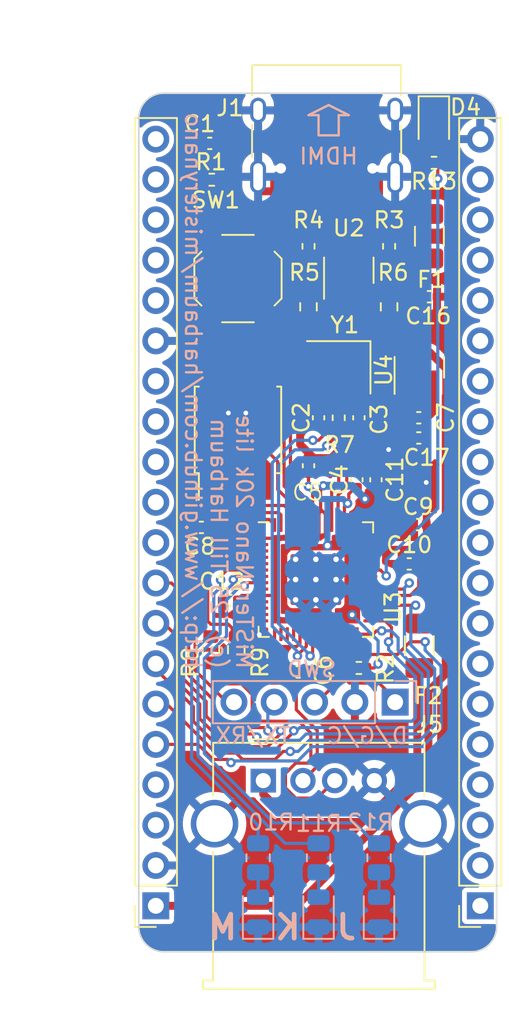
<source format=kicad_pcb>
(kicad_pcb (version 20241229) (generator "pcbnew") (generator_version "9.0")
  (layers (0 "F.Cu" signal) (2 "B.Cu" signal) (13 "F.Paste" user) (15 "B.Paste" user) (5 "F.SilkS" user "F.Silkscreen") (7 "B.SilkS" user "B.Silkscreen") (1 "F.Mask" user) (3 "B.Mask" user) (25 "Edge.Cuts" user))
  (net 0 "")
  (net 1 "+3V3")
  (net 2 "GND")
  (net 3 "Net-(U3-XTAL_IN)")
  (net 4 "Net-(C3-Pad2)")
  (net 5 "+1V1")
  (net 6 "+5V")
  (net 7 "VBUS")
  (net 8 "/CC1")
  (net 9 "Net-(J5-VBUS)")
  (net 10 "Net-(J1-D+-PadA6)")
  (net 12 "/CC2")
  (net 14 "~{RESET}")
  (net 15 "SWD")
  (net 16 "SWCLK")
  (net 17 "Net-(J1-D--PadA7)")
  (net 18 "DBG TX")
  (net 19 "DBG RX")
  (net 20 "MISO")
  (net 21 "MOSI")
  (net 22 "~{IRQ}")
  (net 23 "SCK")
  (net 24 "~{CS}")
  (net 25 "Net-(J5-D+)")
  (net 26 "Net-(J5-D-)")
  (net 27 "Net-(R5-Pad1)")
  (net 28 "Net-(R6-Pad1)")
  (net 29 "Net-(U3-XTAL_OUT)")
  (net 30 "USB D+")
  (net 31 "USB D-")
  (net 34 "LED 2")
  (net 35 "Net-(D1-A)")
  (net 37 "/~{USB_BOOT}")
  (net 38 "CS")
  (net 40 "/D_+")
  (net 42 "/D_-")
  (net 44 "SD1")
  (net 45 "SD2")
  (net 46 "SD0")
  (net 47 "QSPI_CLK")
  (net 48 "SD3")
  (net 56 "LED 3")
  (net 90 "Net-(D4-A)")
  (net 93 "Net-(D2-A)")
  (net 94 "Net-(D3-A)")
  (net 95 "LED 1")
  (net 96 "Net-(U3-GPIO25)")
  (footprint "Capacitor_SMD:C_0402_1005Metric" (layer "F.Cu") (at 199.898 54.7 90)
    (property "Reference" "C4")
    (property "Value" "1uF")
  )
  (footprint "Package_TO_SOT_SMD:SOT-23" (layer "F.Cu") (at 203.835 47.622125 90)
    (property "Reference" "U4")
    (property "Value" "XC6206PxxxMR-Regulator_Linear")
  )
  (footprint "Resistor_SMD:R_0603_1608Metric" (layer "F.Cu") (at 201.93 43.815 -90)
    (property "Reference" "R6")
    (property "Value" "27R")
  )
  (footprint "Fuse:Fuse_1206_3216Metric" (layer "F.Cu") (at 204.47 39.37 -90)
    (property "Reference" "F1")
    (property "Value" "500mA")
  )
  (footprint "Resistor_SMD:R_0402_1005Metric" (layer "F.Cu") (at 201.93 40.005 -90)
    (property "Reference" "R3")
    (property "Value" "5k1")
  )
  (footprint "Resistor_SMD:R_0402_1005Metric" (layer "F.Cu") (at 196.85 40.005 -90)
    (property "Reference" "R4")
    (property "Value" "5k1")
  )
  (footprint "Capacitor_SMD:C_0402_1005Metric" (layer "F.Cu") (at 190.1 57.7 180)
    (property "Reference" "C8")
    (property "Value" "1uF")
  )
  (footprint "Capacitor_SMD:C_0402_1005Metric" (layer "F.Cu") (at 203.8 52.07)
    (property "Reference" "C17")
    (property "Value" "1uF")
  )
  (footprint "Capacitor_SMD:C_0402_1005Metric" (layer "F.Cu") (at 204.47 43.18 180)
    (property "Reference" "C16")
    (property "Value" "1uF")
  )
  (footprint "Capacitor_SMD:C_0402_1005Metric" (layer "F.Cu") (at 203.2 60 180)
    (property "Reference" "C10")
    (property "Value" "100nF")
  )
  (footprint "Resistor_SMD:R_0603_1608Metric" (layer "F.Cu") (at 192.3 65.4 90)
    (property "Reference" "R9")
    (property "Value" "22")
  )
  (footprint "Package_TO_SOT_SMD:SOT-23-6" (layer "F.Cu") (at 199.39 41.513125 90)
    (property "Reference" "U2")
    (property "Value" "USBLC6-2SC6")
  )
  (footprint "Capacitor_SMD:C_0402_1005Metric" (layer "F.Cu") (at 196.2 66.8 180)
    (property "Reference" "C6")
    (property "Value" "100nF")
  )
  (footprint "Capacitor_SMD:C_0402_1005Metric" (layer "F.Cu") (at 201.1 54.7 90)
    (property "Reference" "C11")
    (property "Value" "100nF")
  )
  (footprint "Resistor_SMD:R_0402_1005Metric" (layer "F.Cu") (at 204.76 34.75 180)
    (property "Reference" "R13")
    (property "Value" "560")
  )
  (footprint "Resistor_SMD:R_0402_1005Metric" (layer "F.Cu") (at 190.754 35.814)
    (property "Reference" "R1")
    (property "Value" "1k")
  )
  (footprint "Connector_USB:USB_A_Molex_67643_Horizontal" (layer "F.Cu") (at 194 73.64)
    (property "Reference" "J5")
    (property "Value" "USB_A")
  )
  (footprint "Capacitor_SMD:C_0402_1005Metric" (layer "F.Cu") (at 196.85 53.82 90)
    (property "Reference" "C5")
    (property "Value" "100nF")
  )
  (footprint "Connector_PinSocket_2.54mm:PinSocket_1x20_P2.54mm_Vertical" (layer "F.Cu") (at 207.675 81.52 180)
    (property "Reference" "TNL1" (hide yes))
    (property "Value" "LEFT")
  )
  (footprint "Capacitor_SMD:C_0402_1005Metric" (layer "F.Cu") (at 190.627 33.528)
    (property "Reference" "C1")
    (property "Value" "100nF")
  )
  (footprint "Capacitor_SMD:C_0402_1005Metric" (layer "F.Cu") (at 197.485 50.8 90)
    (property "Reference" "C2")
    (property "Value" "22pF")
  )
  (footprint "Capacitor_SMD:C_0402_1005Metric" (layer "F.Cu") (at 203.79 57.523357)
    (property "Reference" "C9")
    (property "Value" "100nF")
  )
  (footprint "Connector_PinSocket_2.54mm:PinSocket_1x20_P2.54mm_Vertical" (layer "F.Cu") (at 187.228 81.52 180)
    (property "Reference" "TNR1" (hide yes))
    (property "Value" "RIGHT")
  )
  (footprint "LED_SMD:LED_0805_2012Metric" (layer "F.Cu") (at 204.75 32.25 -90)
    (property "Reference" "D4")
    (property "Value" "green")
  )
  (footprint "Capacitor_SMD:C_0402_1005Metric" (layer "F.Cu") (at 203.8 50.8 180)
    (property "Reference" "C7")
    (property "Value" "10uF")
  )
  (footprint "Capacitor_SMD:C_0402_1005Metric" (layer "F.Cu") (at 200.025 50.8 90)
    (property "Reference" "C3")
    (property "Value" "22pF")
  )
  (footprint "Resistor_SMD:R_0603_1608Metric" (layer "F.Cu") (at 196.85 43.815 -90)
    (property "Reference" "R5")
    (property "Value" "27R")
  )
  (footprint "Sleep-Lib:RP2040-QFN-56" (layer "F.Cu") (at 197.313 60.984107)
    (property "Reference" "U3")
    (property "Value" "RP2040")
  )
  (footprint "Crystal:Crystal_SMD_3225-4Pin_3.2x2.5mm" (layer "F.Cu") (at 198.755 47.625 180)
    (property "Reference" "Y1")
    (property "Value" "12MHz")
  )
  (footprint "Package_SO:SOIC-8_5.23x5.23mm_P1.27mm" (layer "F.Cu") (at 192.405 51.562 90)
    (property "Reference" "U1" (hide yes))
    (property "Value" "W25Q128JVS")
  )
  (footprint "Resistor_SMD:R_0402_1005Metric" (layer "F.Cu") (at 200.025 66.548 180)
    (property "Reference" "R2")
    (property "Value" "1k")
  )
  (footprint "Fuse:Fuse_1206_3216Metric" (layer "F.Cu") (at 203.835 65.151 90)
    (property "Reference" "F2")
    (property "Value" "500mA")
  )
  (footprint "Capacitor_SMD:C_0402_1005Metric" (layer "F.Cu") (at 191.897 62.3 180)
    (property "Reference" "C12")
    (property "Value" "100nF")
  )
  (footprint "Button_Switch_SMD:SW_SPST_TL3342" (layer "F.Cu") (at 192.405 42.037 -90)
    (property "Reference" "SW1")
    (property "Value" "SW_Push")
  )
  (footprint "Connector_USB:USB_C_Receptacle_HRO_TYPE-C-31-M-12" (layer "F.Cu") (at 197.993 32.5 180)
    (property "Reference" "J1")
    (property "Value" "USB_C_Receptacle_USB2.0")
  )
  (footprint "Resistor_SMD:R_0402_1005Metric" (layer "F.Cu") (at 198.755 50.8 -90)
    (property "Reference" "R7")
    (property "Value" "1k")
  )
  (footprint "Resistor_SMD:R_0603_1608Metric" (layer "F.Cu") (at 190.7 65.4 90)
    (property "Reference" "R8")
    (property "Value" "22")
  )
  (footprint "LED_SMD:LED_0805_2012Metric" (layer "B.Cu") (at 201.295 81.915 90)
    (property "Reference" "D3" (hide yes))
    (property "Value" "Joystick")
  )
  (footprint "Resistor_SMD:R_0805_2012Metric" (layer "B.Cu") (at 197.485 78.5 -90)
    (property "Reference" "R11")
    (property "Value" "560")
  )
  (footprint "LED_SMD:LED_0805_2012Metric" (layer "B.Cu") (at 197.485 81.915 90)
    (property "Reference" "D2" (hide yes))
    (property "Value" "Keyboard")
  )
  (footprint "Connector_PinSocket_2.54mm:PinSocket_1x05_P2.54mm_Vertical" (layer "B.Cu") (at 202.311 68.7 90)
    (property "Reference" "J2" (hide yes))
    (property "Value" "SWD")
  )
  (footprint "LED_SMD:LED_0805_2012Metric" (layer "B.Cu") (at 193.675 81.915 90)
    (property "Reference" "D1" (hide yes))
    (property "Value" "Mouse")
  )
  (footprint "Resistor_SMD:R_0805_2012Metric" (layer "B.Cu") (at 193.675 78.5 -90)
    (property "Reference" "R10")
    (property "Value" "560")
  )
  (footprint "Resistor_SMD:R_0805_2012Metric" (layer "B.Cu") (at 201.295 78.5 -90)
    (property "Reference" "R12")
    (property "Value" "560")
  )
  (gr_line (start 197.485 33.02) (end 197.485 31.75) (stroke (width 0.15)) (layer "B.SilkS"))
  (gr_line (start 197.485 31.75) (end 196.85 31.75) (stroke (width 0.15)) (layer "B.SilkS"))
  (gr_line (start 198.755 31.75) (end 198.755 33.02) (stroke (width 0.15)) (layer "B.SilkS"))
  (gr_line (start 198.12 31.115) (end 199.39 31.75) (stroke (width 0.15)) (layer "B.SilkS"))
  (gr_line (start 197.485 33.02) (end 198.755 33.02) (stroke (width 0.15)) (layer "B.SilkS"))
  (gr_line (start 196.85 31.75) (end 198.12 31.115) (stroke (width 0.15)) (layer "B.SilkS"))
  (gr_line (start 199.39 31.75) (end 198.755 31.75) (stroke (width 0.15)) (layer "B.SilkS"))
  (gr_line (start 208.703 82.8225) (end 208.703 31.957525) (stroke (width 0.1)) (layer "Edge.Cuts"))
  (gr_arc (start 187.7405 84.41) (mid 186.617968 83.945032) (end 186.153 82.8225) (stroke (width 0.1)) (layer "Edge.Cuts"))
  (gr_line (start 187.7405 30.370025) (end 207.1155 30.370025) (stroke (width 0.1)) (layer "Edge.Cuts"))
  (gr_line (start 186.153 31.957525) (end 186.153 82.8225) (stroke (width 0.1)) (layer "Edge.Cuts"))
  (gr_arc (start 207.1155 30.370025) (mid 208.238023 30.834995) (end 208.703 31.957525) (stroke (width 0.1)) (layer "Edge.Cuts"))
  (gr_arc (start 208.703 82.8225) (mid 208.238032 83.945032) (end 207.1155 84.41) (stroke (width 0.1)) (layer "Edge.Cuts"))
  (gr_arc (start 186.153 31.957525) (mid 186.617959 30.834977) (end 187.7405 30.370025) (stroke (width 0.1)) (layer "Edge.Cuts"))
  (gr_line (start 207.1155 84.41) (end 187.7405 84.41) (stroke (width 0.1)) (layer "Edge.Cuts"))
  (gr_text "K" (at 196.5 83.75 0) (layer "B.SilkS") (effects (font (size 1.5 1.5) (thickness 0.3) (bold yes)) (justify left bottom mirror)))
  (gr_text "J" (at 200 83.75 0) (layer "B.SilkS") (effects (font (size 1.5 1.5) (thickness 0.3) (bold yes)) (justify left bottom mirror)))
  (gr_text "SWD" (at 198.7 67.2 0) (layer "B.SilkS") (effects (font (size 1 1)) (justify left bottom mirror)))
  (gr_text "HDMI" (at 198.12 34.925 0) (layer "B.SilkS") (effects (font (size 1 1)) (justify bottom mirror)))
  (gr_text "D/G/C   TX/RX" (at 203.2 71.4 0) (layer "B.SilkS") (effects (font (size 1 1)) (justify left bottom mirror)))
  (gr_text "M" (at 192.5 83.75 0) (layer "B.SilkS") (effects (font (size 1.5 1.5) (thickness 0.3) (bold yes)) (justify left bottom mirror)))
  (gr_text "MiSTeryNano 20k lite\n(c) '25 Till Harbaum\nhttp://www.github.com/harbaum/misterynano" (at 189 66.7 270) (layer "B.SilkS") (effects (font (size 1 1)) (justify left bottom mirror)))
  (segment (start 200.7505 61.984107) (end 203.265836 61.984107) (width 0.2) (layer "F.Cu") (net 1))
  (segment (start 204.315 52.105) (end 204.28 52.07) (width 0.5) (layer "F.Cu") (net 1))
  (segment (start 199.513 57.546607) (end 199.913 57.146607) (width 0.2) (layer "F.Cu") (net 1))
  (segment (start 203.31 55.999357) (end 203.31 57.523357) (width 0.381) (layer "F.Cu") (net 1))
  (segment (start 197.513 64.421607) (end 197.513 63.692357) (width 0.2) (layer "F.Cu") (net 1))
  (segment (start 200.987527 66.548) (end 200.535 66.548) (width 0.2) (layer "F.Cu") (net 1))
  (segment (start 197.913 57.546607) (end 197.913 58.140357) (width 0.2) (layer "F.Cu") (net 1))
  (segment (start 204.785 48.559625) (end 204.785 50.33) (width 0.5) (layer "F.Cu") (net 1))
  (segment (start 200.7505 58.384107) (end 199.88125 58.384107) (width 0.2) (layer "F.Cu") (net 1))
  (segment (start 201.145125 55.225125) (end 203.074875 55.225125) (width 0.5) (layer "F.Cu") (net 1))
  (segment (start 189.523 47.923) (end 189.523 34.152) (width 0.5) (layer "F.Cu") (net 1))
  (segment (start 201.1 55.18) (end 201.145125 55.225125) (width 0.5) (layer "F.Cu") (net 1))
  (segment (start 199.513 58.072357) (end 199.513 57.546607) (width 0.2) (layer "F.Cu") (net 1))
  (segment (start 199.853 58.412357) (end 199.513 58.072357) (width 0.2) (layer "F.Cu") (net 1))
  (segment (start 190.746107 58.384107) (end 190.58 58.218) (width 0.2) (layer "F.Cu") (net 1))
  (segment (start 201.1 55.219875) (end 201.1 55.18) (width 0.2) (layer "F.Cu") (net 1))
  (segment (start 189.523 34.152) (end 190.147 33.528) (width 0.5) (layer "F.Cu") (net 1))
  (segment (start 204.315 53.085) (end 204.315 52.105) (width 0.5) (layer "F.Cu") (net 1))
  (segment (start 200.409937 55.909937) (end 201.1 55.219875) (width 0.2) (layer "F.Cu") (net 1))
  (segment (start 197.787464 55.078949) (end 197.612 55.254413) (width 0.2) (layer "F.Cu") (net 1))
  (segment (start 197.513 63.692357) (end 197.423357 63.692357) (width 0.2) (layer "F.Cu") (net 1))
  (segment (start 197.513 57.546607) (end 197.513 58.402375) (width 0.2) (layer "F.Cu") (net 1))
  (segment (start 199.913 58.345357) (end 199.98 58.412357) (width 0.2) (layer "F.Cu") (net 1))
  (segment (start 203.015 57.523357) (end 203.31 57.523357) (width 0.381) (layer "F.Cu") (net 1))
  (segment (start 192.377 62.246214) (end 192.377 62.3) (width 0.2) (layer "F.Cu") (net 1))
  (segment (start 190.5 47.962) (end 189.562 47.962) (width 0.5) (layer "F.Cu") (net 1))
  (segment (start 199.913 56.406875) (end 200.409937 55.909937) (width 0.2) (layer "F.Cu") (net 1))
  (segment (start 193.8755 61.984107) (end 192.639107 61.984107) (width 0.2) (layer "F.Cu") (net 1))
  (segment (start 189.523 48.001) (end 189.523 56.333001) (width 0.5) (layer "F.Cu") (net 1))
  (segment (start 189.523 56.333001) (end 190.58 57.390001) (width 0.5) (layer "F.Cu") (net 1))
  (segment (start 203.14025 54.25975) (end 204.315 53.085) (width 0.5) (layer "F.Cu") (net 1))
  (segment (start 197.612 55.254413) (end 197.612 56.552357) (width 0.2) (layer "F.Cu") (net 1))
  (segment (start 200.7505 58.384107) (end 202.15425 58.384107) (width 0.2) (layer "F.Cu") (net 1))
  (segment (start 199.913 57.546607) (end 199.913 58.345357) (width 0.2) (layer "F.Cu") (net 1))
  (segment (start 200.7505 61.984107) (end 199.86875 61.984107) (width 0.2) (layer "F.Cu") (net 1))
  (segment (start 199.913 57.546607) (end 199.913 56.406875) (width 0.2) (layer "F.Cu") (net 1))
  (segment (start 203.801 61.448943) (end 203.801 60.121) (width 0.2) (layer "F.Cu") (net 1))
  (segment (start 195.042768 58.384107) (end 195.12575 58.301125) (width 0.2) (layer "F.Cu") (net 1))
  (segment (start 197.423357 63.692357) (end 197.231 63.5) (width 0.2) (layer "F.Cu") (net 1))
  (segment (start 193.8755 61.984107) (end 194.63025 61.984107) (width 0.2) (layer "F.Cu") (net 1))
  (segment (start 189.562 47.962) (end 189.523 47.923) (width 0.5) (layer "F.Cu") (net 1))
  (segment (start 204.315 50.835) (end 204.315 52.035) (width 0.5) (layer "F.Cu") (net 1))
  (segment (start 190.58 57.390001) (end 190.58 57.7) (width 0.5) (layer "F.Cu") (net 1))
  (segment (start 197.513 56.815357) (end 197.513 57.546607) (width 0.2) (layer "F.Cu") (net 1))
  (segment (start 204.28 50.8) (end 204.315 50.835) (width 0.5) (layer "F.Cu") (net 1))
  (segment (start 203.265836 61.984107) (end 203.801 61.448943) (width 0.2) (layer "F.Cu") (net 1))
  (segment (start 193.8755 58.384107) (end 195.042768 58.384107) (width 0.2) (layer "F.Cu") (net 1))
  (segment (start 203.801 60.121) (end 203.68 60) (width 0.2) (layer "F.Cu") (net 1))
  (segment (start 203.074875 55.225125) (end 203.14025 55.15975) (width 0.5) (layer "F.Cu") (net 1))
  (segment (start 202.15425 58.384107) (end 203.015 57.523357) (width 0.2) (layer "F.Cu") (net 1))
  (segment (start 192.639107 61.984107) (end 192.377 62.246214) (width 0.2) (layer "F.Cu") (net 1))
  (segment (start 190.58 58.218) (end 190.58 57.6) (width 0.2) (layer "F.Cu") (net 1))
  (segment (start 197.612 56.552357) (end 197.694 56.634357) (width 0.2) (layer "F.Cu") (net 1))
  (segment (start 193.8755 58.384107) (end 190.746107 58.384107) (width 0.2) (layer "F.Cu") (net 1))
  (segment (start 197.513 58.402375) (end 197.53875 58.428125) (width 0.2) (layer "F.Cu") (net 1))
  (segment (start 197.694 56.634357) (end 197.513 56.815357) (width 0.2) (layer "F.Cu") (net 1))
  (segment (start 194.63025 61.984107) (end 194.646 61.968357) (width 0.2) (layer "F.Cu") (net 1))
  (segment (start 203.14025 55.15975) (end 203.14025 54.25975) (width 0.5) (layer "F.Cu") (net 1))
  (segment (start 204.315 50.8) (end 204.28 50.8) (width 0.5) (layer "F.Cu") (net 1))
  (segment (start 204.785 50.33) (end 204.315 50.8) (width 0.5) (layer "F.Cu") (net 1))
  (segment (start 189.562 47.962) (end 189.523 48.001) (width 0.5) (layer "F.Cu") (net 1))
  (segment (start 204.315 52.035) (end 204.28 52.07) (width 0.5) (layer "F.Cu") (net 1))
  (segment (start 201.235527 66.3) (end 200.987527 66.548) (width 0.2) (layer "F.Cu") (net 1))
  (segment (start 197.913 57.546607) (end 197.913 56.853357) (width 0.2) (layer "F.Cu") (net 1))
  (segment (start 199.88125 58.384107) (end 199.853 58.412357) (width 0.2) (layer "F.Cu") (net 1))
  (segment (start 197.913 56.853357) (end 197.694 56.634357) (width 0.2) (layer "F.Cu") (net 1))
  (via (at 201.235527 66.3) (size 0.6) (drill 0.3) (layers "F.Cu" "B.Cu") (net 1))
  (via (at 199.6 63.2) (size 0.6) (drill 0.3) (layers "F.Cu" "B.Cu") (net 1))
  (via (at 197.787464 55.078949) (size 0.6) (drill 0.3) (layers "F.Cu" "B.Cu") (net 1))
  (via (at 200.409937 55.909937) (size 0.6) (drill 0.3) (layers "F.Cu" "B.Cu") (net 1))
  (segment (start 201.235527 64.835527) (end 199.6 63.2) (width 0.2) (layer "B.Cu") (net 1))
  (segment (start 199.578949 55.078949) (end 200.409937 55.909937) (width 0.5) (layer "B.Cu") (net 1))
  (segment (start 201.235527 66.3) (end 201.235527 64.835527) (width 0.2) (layer "B.Cu") (net 1))
  (segment (start 197.787464 55.078949) (end 199.578949 55.078949) (width 0.5) (layer "B.Cu") (net 1))
  (segment (start 196.1 65.2) (end 196.313 64.987) (width 0.2) (layer "F.Cu") (net 2))
  (segment (start 201.041 50.655768) (end 201.041 47.371) (width 0.5) (layer "F.Cu") (net 2))
  (segment (start 194.5 65.2) (end 196.1 65.2) (width 0.2) (layer "F.Cu") (net 2))
  (segment (start 201.1 54.22) (end 201.145125 54.265125) (width 0.2) (layer "F.Cu") (net 2))
  (segment (start 201.243 36.545) (end 201.243 35.657) (width 0.381) (layer "F.Cu") (net 2))
  (segment (start 204.27 55.999357) (end 204.27 57.523357) (width 0.381) (layer "F.Cu") (net 2))
  (segment (start 198.310353 53.311) (end 198.750278 52.871075) (width 0.5) (layer "F.Cu") (net 2))
  (segment (start 201.93 40.515) (end 201.93 40.64) (width 0.381) (layer "F.Cu") (net 2))
  (segment (start 198.276 53.311) (end 198.310353 53.311) (width 0.5) (layer "F.Cu") (net 2))
  (segment (start 198.750278 52.871075) (end 198.750278 52.836722) (width 0.5) (layer "F.Cu") (net 2))
  (segment (start 200.025 51.28) (end 200.416768 51.28) (width 0.5) (layer "F.Cu") (net 2))
  (segment (start 201.196572 37.496572) (end 201.5 37.8) (width 0.381) (layer "F.Cu") (net 2))
  (segment (start 196.323 51.181) (end 196.323 49.93) (width 0.5) (layer "F.Cu") (net 2))
  (segment (start 200.025 51.562) (end 200.025 51.28) (width 0.5) (layer "F.Cu") (net 2))
  (segment (start 198.247 53.34) (end 198.276 53.311) (width 0.5) (layer "F.Cu") (net 2))
  (segment (start 199.855 48.475) (end 201.041 48.475) (width 0.5) (layer "F.Cu") (net 2))
  (segment (start 196.313 64.987) (end 196.313 64.421607) (width 0.2) (layer "F.Cu") (net 2))
  (segment (start 201.041 47.371) (end 201.041 46.609) (width 0.5) (layer "F.Cu") (net 2))
  (segment (start 201.5 37.8) (end 202.7 37.8) (width 0.381) (layer "F.Cu") (net 2))
  (segment (start 201.243 36.545) (end 201.196572 36.591428) (width 0.381) (layer "F.Cu") (net 2))
  (segment (start 197.485 51.28) (end 196.422 51.28) (width 0.5) (layer "F.Cu") (net 2))
  (segment (start 193.75 64.45) (end 194.5 65.2) (width 0.2) (layer "F.Cu") (net 2))
  (segment (start 196.323 51.181) (end 196.323 52.478075) (width 0.5) (layer "F.Cu") (net 2))
  (segment (start 201.041 45.864232) (end 200.460884 45.284116) (width 0.5) (layer "F.Cu") (net 2))
  (segment (start 201.041 46.609) (end 201.041 45.864232) (width 0.5) (layer "F.Cu") (net 2))
  (segment (start 201.27 35.63) (end 202.313 35.63) (width 0.381) (layer "F.Cu") (net 2))
  (segment (start 201.145125 54.265125) (end 201.639875 54.265125) (width 0.2) (layer "F.Cu") (net 2))
  (segment (start 197.184925 53.34) (end 198.247 53.34) (width 0.5) (layer "F.Cu") (net 2))
  (segment (start 194.743 38.449) (end 194.305 38.887) (width 0.381) (layer "F.Cu") (net 2))
  (segment (start 194.743 36.545) (end 194.743 38.449) (width 0.381) (layer "F.Cu") (net 2))
  (segment (start 196.422 51.28) (end 196.323 51.181) (width 0.5) (layer "F.Cu") (net 2))
  (segment (start 201.041 48.475) (end 201.041 47.371) (width 0.5) (layer "F.Cu") (net 2))
  (segment (start 202.885 48.959375) (end 202.885 48.559625) (width 0.381) (layer "F.Cu") (net 2))
  (segment (start 196.323 49.93) (end 196.596 49.657) (width 0.5) (layer "F.Cu") (net 2))
  (segment (start 198.750278 52.836722) (end 200.025 51.562) (width 0.5) (layer "F.Cu") (net 2))
  (segment (start 204.26975 54.872125) (end 204.26975 55.999107) (width 0.381) (layer "F.Cu") (net 2))
  (segment (start 201.243 35.657) (end 201.27 35.63) (width 0.381) (layer "F.Cu") (net 2))
  (segment (start 200.416768 51.28) (end 201.041 50.655768) (width 0.5) (layer "F.Cu") (net 2))
  (segment (start 201.196572 36.591428) (end 201.196572 37.496572) (width 0.381) (layer "F.Cu") (net 2))
  (segment (start 196.323 52.478075) (end 197.184925 53.34) (width 0.5) (layer "F.Cu") (net 2))
  (via (at 201.9 52.8) (size 0.6) (drill 0.3) (layers "F.Cu" "B.Cu") (net 2))
  (via (at 204.26975 54.872125) (size 0.6) (drill 0.3) (layers "F.Cu" "B.Cu") (net 2))
  (via (at 192.9 50.5) (size 0.6) (drill 0.3) (layers "F.Cu" "B.Cu") (net 2))
  (via (at 193.75 64.45) (size 0.6) (drill 0.3) (layers "F.Cu" "B.Cu") (net 2))
  (via (at 191.8 50.5) (size 0.6) (drill 0.3) (layers "F.Cu" "B.Cu") (net 2))
  (segment (start 198.588 59.709107) (end 196.038 59.709107) (width 0.635) (layer "B.Cu") (net 2))
  (segment (start 198.588 62.259107) (end 198.588 59.709107) (width 0.635) (layer "B.Cu") (net 2))
  (segment (start 196.038 62.259107) (end 196.038 59.709107) (width 0.635) (layer "B.Cu") (net 2))
  (segment (start 198.288 61.959107) (end 198.588 62.259107) (width 0.635) (layer "B.Cu") (net 2))
  (segment (start 198.588 60.984107) (end 196.038 60.984107) (width 0.635) (layer "B.Cu") (net 2))
  (segment (start 196.038 62.259107) (end 196.338 61.959107) (width 0.635) (layer "B.Cu") (net 2))
  (segment (start 197.313 59.709107) (end 197.313 62.259107) (width 0.635) (layer "B.Cu") (net 2))
  (segment (start 196.338 61.959107) (end 198.288 61.959107) (width 0.635) (layer "B.Cu") (net 2))
  (segment (start 196.713 65.187) (end 196.713 64.421607) (width 0.2) (layer "F.Cu") (net 3))
  (segment (start 196.151736 65.797765) (end 196.151736 65.748264) (width 0.2) (layer "F.Cu") (net 3))
  (segment (start 196.151736 65.748264) (end 196.713 65.187) (width 0.2) (layer "F.Cu") (net 3))
  (segment (start 198.096 50.95345) (end 197.485 50.34245) (width 0.2) (layer "F.Cu") (net 3))
  (segment (start 197.655 48.475) (end 197.655 50.15) (width 0.2) (layer "F.Cu") (net 3))
  (segment (start 197.655 50.15) (end 197.485 50.32) (width 0.2) (layer "F.Cu") (net 3))
  (segment (start 197.485 50.34245) (end 197.485 50.32) (width 0.2) (layer "F.Cu") (net 3))
  (segment (start 197.124235 52.217235) (end 197.485315 52.217235) (width 0.2) (layer "F.Cu") (net 3))
  (segment (start 197.485315 52.217235) (end 198.096 51.60655) (width 0.2) (layer "F.Cu") (net 3))
  (segment (start 198.096 51.60655) (end 198.096 50.95345) (width 0.2) (layer "F.Cu") (net 3))
  (via (at 196.151736 65.797765) (size 0.6) (drill 0.3) (layers "F.Cu" "B.Cu") (net 3))
  (via (at 197.124235 52.217235) (size 0.6) (drill 0.3) (layers "F.Cu" "B.Cu") (net 3))
  (segment (start 194.564 53.636) (end 195.982765 52.217235) (width 0.2) (layer "B.Cu") (net 3))
  (segment (start 196.2 65.563186) (end 194.564 63.927186) (width 0.2) (layer "B.Cu") (net 3))
  (segment (start 196.151736 65.797765) (end 196.2 65.749501) (width 0.2) (layer "B.Cu") (net 3))
  (segment (start 195.982765 52.217235) (end 197.124235 52.217235) (width 0.2) (layer "B.Cu") (net 3))
  (segment (start 196.2 65.749501) (end 196.2 65.563186) (width 0.2) (layer "B.Cu") (net 3))
  (segment (start 194.564 63.927186) (end 194.564 53.636) (width 0.2) (layer "B.Cu") (net 3))
  (segment (start 198.755 47.775) (end 198.755 50.32) (width 0.2) (layer "F.Cu") (net 4))
  (segment (start 200.025 50.32) (end 198.785 50.32) (width 0.2) (layer "F.Cu") (net 4))
  (segment (start 198.785 50.32) (end 198.755 50.29) (width 0.2) (layer "F.Cu") (net 4))
  (segment (start 199.855 46.775) (end 199.755 46.775) (width 0.2) (layer "F.Cu") (net 4))
  (segment (start 198.785 50.29) (end 198.755 50.32) (width 0.2) (layer "F.Cu") (net 4))
  (segment (start 199.755 46.775) (end 198.755 47.775) (width 0.2) (layer "F.Cu") (net 4))
  (segment (start 195.326 62.865) (end 195.326 59.425793) (width 0.2) (layer "F.Cu") (net 5))
  (segment (start 197.3 66.8) (end 197.913 66.187) (width 0.2) (layer "F.Cu") (net 5))
  (segment (start 199.313 56.190875) (end 199.113 56.390875) (width 0.2) (layer "F.Cu") (net 5))
  (segment (start 199.113 56.390875) (end 199.113 57.546607) (width 0.2) (layer "F.Cu") (net 5))
  (segment (start 197.965107 58.928) (end 198.04675 58.846357) (width 0.2) (layer "F.Cu") (net 5))
  (segment (start 195.326 59.425793) (end 195.823793 58.928) (width 0.2) (layer "F.Cu") (net 5))
  (segment (start 195.823793 58.928) (end 197.965107 58.928) (width 0.2) (layer "F.Cu") (net 5))
  (segment (start 197.913 66.187) (end 197.913 64.421607) (width 0.2) (layer "F.Cu") (net 5))
  (segment (start 199.313 56.190875) (end 199.39 56.113875) (width 0.2) (layer "F.Cu") (net 5))
  (segment (start 196.85 55.118) (end 196.85 54.3) (width 0.2) (layer "F.Cu") (net 5))
  (segment (start 197.113 57.546607) (end 197.113 55.635) (width 0.2) (layer "F.Cu") (net 5))
  (segment (start 198.04675 58.846357) (end 197.974963 58.918144) (width 0.381) (layer "F.Cu") (net 5))
  (segment (start 197.913 63.166) (end 197.739 62.992) (width 0.2) (layer "F.Cu") (net 5))
  (segment (start 196.68 66.8) (end 197.3 66.8) (width 0.2) (layer "F.Cu") (net 5))
  (segment (start 199.113 58.390357) (end 198.964 58.539357) (width 0.2) (layer "F.Cu") (net 5))
  (segment (start 197.113 55.381) (end 197.113 55.635) (width 0.2) (layer "F.Cu") (net 5))
  (segment (start 197.739 62.992) (end 195.453 62.992) (width 0.2) (layer "F.Cu") (net 5))
  (segment (start 197.913 64.421607) (end 197.913 63.166) (width 0.2) (layer "F.Cu") (net 5))
  (segment (start 199.39 56.113875) (end 199.39 55.598) (width 0.2) (layer "F.Cu") (net 5))
  (segment (start 196.85 55.118) (end 197.113 55.381) (width 0.2) (layer "F.Cu") (net 5))
  (segment (start 199.808 55.18) (end 199.898 55.18) (width 0.2) (layer "F.Cu") (net 5))
  (segment (start 199.113 57.546607) (end 199.113 58.390357) (width 0.2) (layer "F.Cu") (net 5))
  (segment (start 195.453 62.992) (end 195.326 62.865) (width 0.2) (layer "F.Cu") (net 5))
  (segment (start 199.39 55.598) (end 199.808 55.18) (width 0.2) (layer "F.Cu") (net 5))
  (via (at 198.04675 58.846357) (size 0.6) (drill 0.35) (layers "F.Cu" "B.Cu") (net 5))
  (via (at 196.85 55.118) (size 0.6) (drill 0.3) (layers "F.Cu" "B.Cu") (net 5))
  (via (at 199.313 56.190875) (size 0.6) (drill 0.3) (layers "F.Cu" "B.Cu") (net 5))
  (segment (start 199.036 55.913875) (end 197.645875 55.913875) (width 0.381) (layer "B.Cu") (net 5))
  (segment (start 197.645875 55.913875) (end 196.85 55.118) (width 0.381) (layer "B.Cu") (net 5))
  (segment (start 198.04675 55.967625) (end 198.04675 58.846357) (width 0.381) (layer "B.Cu") (net 5))
  (segment (start 197.645875 55.913875) (end 197.993 55.913875) (width 0.381) (layer "B.Cu") (net 5))
  (segment (start 199.313 56.190875) (end 199.036 55.913875) (width 0.381) (layer "B.Cu") (net 5))
  (segment (start 197.993 55.913875) (end 198.04675 55.967625) (width 0.381) (layer "B.Cu") (net 5))
  (segment (start 203.99 41.529) (end 203.99 43.18) (width 0.5) (layer "F.Cu") (net 6))
  (segment (start 187.228 81.52) (end 196.102 81.52) (width 0.5) (layer "F.Cu") (net 6))
  (segment (start 199.928775 41.529) (end 203.99 41.529) (width 0.5) (layer "F.Cu") (net 6))
  (segment (start 204.343 73.254364) (end 204.409 73.188364) (width 0.5) (layer "F.Cu") (net 6))
  (segment (start 204.47 40.77) (end 203.99 41.25) (width 0.381) (layer "F.Cu") (net 6))
  (segment (start 199.39 40.375625) (end 199.39 40.990225) (width 0.5) (layer "F.Cu") (net 6))
  (segment (start 204.5016 46.684625) (end 203.835 46.684625) (width 0.5) (layer "F.Cu") (net 6))
  (segment (start 205.536 47.719025) (end 204.5016 46.684625) (width 0.5) (layer "F.Cu") (net 6))
  (segment (start 199.39 40.990225) (end 199.928775 41.529) (width 0.5) (layer "F.Cu") (net 6))
  (segment (start 203.99 43.18) (end 203.99 46.529625) (width 0.5) (layer "F.Cu") (net 6))
  (segment (start 204.409 73.188364) (end 204.409 68.006) (width 0.5) (layer "F.Cu") (net 6))
  (segment (start 196.102 81.52) (end 204.343 73.279) (width 0.5) (layer "F.Cu") (net 6))
  (segment (start 205.5 63.751) (end 205.5 49.436225) (width 0.5) (layer "F.Cu") (net 6))
  (segment (start 205.536 49.400225) (end 205.536 47.719025) (width 0.5) (layer "F.Cu") (net 6))
  (segment (start 205.5 66.915) (end 205.5 63.751) (width 0.5) (layer "F.Cu") (net 6))
  (segment (start 204.343 73.279) (end 204.343 73.254364) (width 0.5) (layer "F.Cu") (net 6))
  (segment (start 205.5 49.436225) (end 205.536 49.400225) (width 0.5) (layer "F.Cu") (net 6))
  (segment (start 204.409 68.006) (end 205.5 66.915) (width 0.5) (layer "F.Cu") (net 6))
  (segment (start 203.99 41.25) (end 203.99 41.529) (width 0.5) (layer "F.Cu") (net 6))
  (segment (start 203.835 63.751) (end 205.5 63.751) (width 0.5) (layer "F.Cu") (net 6))
  (segment (start 203.99 46.529625) (end 203.835 46.684625) (width 0.5) (layer "F.Cu") (net 6))
  (segment (start 203.835 46.684625) (end 203.835 46.203517) (width 0.6) (layer "F.Cu") (net 6))
  (segment (start 195.543 35.439) (end 195.543 36.545) (width 0.381) (layer "F.Cu") (net 7))
  (segment (start 200.443 37.883) (end 201.26 38.7) (width 0.6) (layer "F.Cu") (net 7))
  (segment (start 200.443 37.080875) (end 200.443 37.883) (width 0.6) (layer "F.Cu") (net 7))
  (segment (start 196.057 34.925) (end 195.543 35.439) (width 0.381) (layer "F.Cu") (net 7))
  (segment (start 195.543 36.247875) (end 195.543 37.080875) (width 0.381) (layer "F.Cu") (net 7))
  (segment (start 200.443 35.587) (end 199.781 34.925) (width 0.381) (layer "F.Cu") (net 7))
  (segment (start 199.781 34.925) (end 196.057 34.925) (width 0.381) (layer "F.Cu") (net 7))
  (segment (start 200.443 36.545) (end 200.443 35.587) (width 0.381) (layer "F.Cu") (net 7))
  (segment (start 201.26 38.7) (end 203.74 38.7) (width 0.6) (layer "F.Cu") (net 7))
  (segment (start 203.74 38.7) (end 204.47 37.97) (width 0.6) (layer "F.Cu") (net 7))
  (segment (start 200.443 37.080875) (end 200.443 36.311375) (width 0.381) (layer "F.Cu") (net 7))
  (segment (start 200.785 39.495) (end 201.93 39.495) (width 0.2) (layer "F.Cu") (net 8))
  (segment (start 199.243 37.953) (end 200.785 39.495) (width 0.2) (layer "F.Cu") (net 8))
  (segment (start 199.243 37.080875) (end 199.243 37.953) (width 0.2) (layer "F.Cu") (net 8))
  (segment (start 201.168 75.438) (end 203.708 72.898) (width 0.5) (layer "F.Cu") (net 9))
  (segment (start 194.945 75.438) (end 201.168 75.438) (width 0.5) (layer "F.Cu") (net 9))
  (segment (start 194 74.493) (end 194.945 75.438) (width 0.5) (layer "F.Cu") (net 9))
  (segment (start 194 73.64) (end 194 74.493) (width 0.5) (layer "F.Cu") (net 9))
  (segment (start 203.708 66.678) (end 203.835 66.551) (width 0.5) (layer "F.Cu") (net 9))
  (segment (start 203.708 72.898) (end 203.708 66.678) (width 0.5) (layer "F.Cu") (net 9))
  (segment (start 198.243 37.080875) (end 198.243 38.108897) (width 0.254) (layer "F.Cu") (net 10))
  (segment (start 197.799204 38.552693) (end 198.44 39.193489) (width 0.254) (layer "F.Cu") (net 10))
  (segment (start 197.799204 38.552693) (end 197.243 37.996489) (width 0.254) (layer "F.Cu") (net 10))
  (segment (start 198.243 38.108897) (end 197.799204 38.552693) (width 0.254) (layer "F.Cu") (net 10))
  (segment (start 198.44 39.193489) (end 198.44 40.375625) (width 0.254) (layer "F.Cu") (net 10))
  (segment (start 197.243 37.996489) (end 197.243 37.080875) (width 0.254) (layer "F.Cu") (net 10))
  (segment (start 196.243 37.080875) (end 196.243 38.888) (width 0.2) (layer "F.Cu") (net 12))
  (segment (start 196.243 38.888) (end 196.85 39.495) (width 0.2) (layer "F.Cu") (net 12))
  (segment (start 199.113 66.146) (end 199.113 64.421607) (width 0.2) (layer "F.Cu") (net 14))
  (segment (start 199.515 66.548) (end 199.113 66.146) (width 0.2) (layer "F.Cu") (net 14))
  (segment (start 201.3 67.5) (end 202.311 68.511) (width 0.2) (layer "F.Cu") (net 15))
  (segment (start 202.311 68.511) (end 202.311 68.7) (width 0.2) (layer "F.Cu") (net 15))
  (segment (start 198.713 66.78324) (end 199.42976 67.5) (width 0.2) (layer "F.Cu") (net 15))
  (segment (start 199.42976 67.5) (end 201.3 67.5) (width 0.2) (layer "F.Cu") (net 15))
  (segment (start 198.713 64.421607) (end 198.713 66.78324) (width 0.2) (layer "F.Cu") (net 15))
  (segment (start 198.313 67.787) (end 197.4 68.7) (width 0.2) (layer "F.Cu") (net 16))
  (segment (start 197.4 68.7) (end 197.231 68.7) (width 0.2) (layer "F.Cu") (net 16))
  (segment (start 198.313 64.421607) (end 198.313 67.787) (width 0.2) (layer "F.Cu") (net 16))
  (segment (start 197.743 36.052853) (end 197.743 37.080875) (width 0.254) (layer "F.Cu") (net 17))
  (segment (start 198.815 38.130283) (end 200.34 39.655284) (width 0.254) (layer "F.Cu") (net 17))
  (segment (start 198.815 37.598) (end 198.815 38.130283) (width 0.254) (layer "F.Cu") (net 17))
  (segment (start 198.765 37.598) (end 198.815 37.598) (width 0.254) (layer "F.Cu") (net 17))
  (segment (start 198.743 35.568) (end 198.694 35.519) (width 0.2) (layer "F.Cu") (net 17))
  (segment (start 198.694 35.519) (end 197.792 35.519) (width 0.2) (layer "F.Cu") (net 17))
  (segment (start 198.743 36.052853) (end 198.743 37.080875) (width 0.254) (layer "F.Cu") (net 17))
  (segment (start 198.743 36.545) (end 198.743 35.568) (width 0.2) (layer "F.Cu") (net 17))
  (segment (start 197.743 35.568) (end 197.743 36.545) (width 0.2) (layer "F.Cu") (net 17))
  (segment (start 200.34 39.655284) (end 200.34 40.375625) (width 0.254) (layer "F.Cu") (net 17))
  (segment (start 198.765 37.102875) (end 198.765 37.598) (width 0.254) (layer "F.Cu") (net 17))
  (segment (start 198.743 37.080875) (end 198.765 37.102875) (width 0.254) (layer "F.Cu") (net 17))
  (segment (start 197.792 35.519) (end 197.743 35.568) (width 0.2) (layer "F.Cu") (net 17))
  (segment (start 193.346398 70.301) (end 191.6852 70.301) (width 0.2) (layer "F.Cu") (net 18))
  (segment (start 190.8 68.4987) (end 189.3 66.9987) (width 0.2) (layer "F.Cu") (net 18))
  (segment (start 190.8 69.4158) (end 190.8 68.4987) (width 0.2) (layer "F.Cu") (net 18))
  (segment (start 193.347398 70.3) (end 193.346398 70.301) (width 0.2) (layer "F.Cu") (net 18))
  (segment (start 189.3 66.9987) (end 189.3 59.80224) (width 0.2) (layer "F.Cu") (net 18))
  (segment (start 194.13137 70.301) (end 193.846284 70.301) (width 0.2) (layer "F.Cu") (net 18))
  (segment (start 189.3 59.80224) (end 190.318133 58.784107) (width 0.2) (layer "F.Cu") (net 18))
  (segment (start 193.846284 70.301) (end 193.845284 70.3) (width 0.2) (layer "F.Cu") (net 18))
  (segment (start 194.33037 70.5) (end 194.13137 70.301) (width 0.2) (layer "F.Cu") (net 18))
  (segment (start 191.6852 70.301) (end 190.8 69.4158) (width 0.2) (layer "F.Cu") (net 18))
  (segment (start 193.845284 70.3) (end 193.347398 70.3) (width 0.2) (layer "F.Cu") (net 18))
  (segment (start 190.318133 58.784107) (end 193.8755 58.784107) (width 0.2) (layer "F.Cu") (net 18))
  (segment (start 194.288584 70.5) (end 194.33037 70.5) (width 0.2) (layer "F.Cu") (net 18))
  (via (at 194.288584 70.5) (size 0.6) (drill 0.3) (layers "F.Cu" "B.Cu") (net 18))
  (segment (start 194.288584 70.5) (end 194.288584 69.102416) (width 0.2) (layer "B.Cu") (net 18))
  (segment (start 194.288584 69.102416) (end 194.691 68.7) (width 0.2) (layer "B.Cu") (net 18))
  (segment (start 193.8755 59.184107) (end 190.497893 59.184107) (width 0.2) (layer "F.Cu") (net 19))
  (segment (start 190.497893 59.184107) (end 189.7 59.982) (width 0.2) (layer "F.Cu") (net 19))
  (segment (start 189.7 66.7) (end 191.7 68.7) (width 0.2) (layer "F.Cu") (net 19))
  (segment (start 191.7 68.7) (end 192.151 68.7) (width 0.2) (layer "F.Cu") (net 19))
  (segment (start 189.7 59.982) (end 189.7 66.7) (width 0.2) (layer "F.Cu") (net 19))
  (segment (start 199.513 64.421607) (end 199.513 65.228375) (width 0.2) (layer "F.Cu") (net 20))
  (segment (start 191.763257 72.306) (end 190.8389 72.306) (width 0.2) (layer "F.Cu") (net 20))
  (segment (start 199.513 65.228375) (end 199.984625 65.7) (width 0.2) (layer "F.Cu") (net 20))
  (segment (start 189.8929 71.36) (end 187.228 71.36) (width 0.2) (layer "F.Cu") (net 20))
  (segment (start 202.44992 65.7) (end 203.24992 64.9) (width 0.2) (layer "F.Cu") (net 20))
  (segment (start 190.8389 72.306) (end 189.8929 71.36) (width 0.2) (layer "F.Cu") (net 20))
  (segment (start 203.24992 64.9) (end 204.2 64.9) (width 0.2) (layer "F.Cu") (net 20))
  (segment (start 191.962257 72.505) (end 191.763257 72.306) (width 0.2) (layer "F.Cu") (net 20))
  (segment (start 199.984625 65.7) (end 202.44992 65.7) (width 0.2) (layer "F.Cu") (net 20))
  (via (at 191.962257 72.505) (size 0.6) (drill 0.3) (layers "F.Cu" "B.Cu") (net 20))
  (via (at 204.2 64.9) (size 0.6) (drill 0.3) (layers "F.Cu" "B.Cu") (net 20))
  (segment (start 195.949943 72.4) (end 196.18355 72.4) (width 0.2) (layer "B.Cu") (net 20))
  (segment (start 192.067257 72.4) (end 195.450057 72.4) (width 0.2) (layer "B.Cu") (net 20))
  (segment (start 195.450057 72.4) (end 195.451057 72.401) (width 0.2) (layer "B.Cu") (net 20))
  (segment (start 205.204 70.3295) (end 205.204 66.4356) (width 0.2) (layer "B.Cu") (net 20))
  (segment (start 191.962257 72.505) (end 192.067257 72.4) (width 0.2) (layer "B.Cu") (net 20))
  (segment (start 195.451057 72.401) (end 195.948943 72.401) (width 0.2) (layer "B.Cu") (net 20))
  (segment (start 205.204 66.4356) (end 204.2 65.4316) (width 0.2) (layer "B.Cu") (net 20))
  (segment (start 204.029644 71.503856) (end 205.204 70.3295) (width 0.2) (layer "B.Cu") (net 20))
  (segment (start 195.948943 72.401) (end 195.949943 72.4) (width 0.2) (layer "B.Cu") (net 20))
  (segment (start 196.18355 72.4) (end 197.079694 71.503856) (width 0.2) (layer "B.Cu") (net 20))
  (segment (start 204.2 65.4316) (end 204.2 64.9) (width 0.2) (layer "B.Cu") (net 20))
  (segment (start 197.079694 71.503856) (end 204.029644 71.503856) (width 0.2) (layer "B.Cu") (net 20))
  (segment (start 195.7 71.8) (end 195.254106 71.8) (width 0.2) (layer "F.Cu") (net 21))
  (segment (start 201.515893 63.184107) (end 200.7505 63.184107) (width 0.2) (layer "F.Cu") (net 21))
  (segment (start 187.92 68.82) (end 187.228 68.82) (width 0.2) (layer "F.Cu") (net 21))
  (segment (start 202.1 62.6) (end 201.515893 63.184107) (width 0.2) (layer "F.Cu") (net 21))
  (segment (start 192.688828 72.303) (end 192.290828 71.905) (width 0.2) (layer "F.Cu") (net 21))
  (segment (start 203.6 62.6) (end 202.1 62.6) (width 0.2) (layer "F.Cu") (net 21))
  (segment (start 193.015198 72.304) (end 193.014198 72.303) (width 0.2) (layer "F.Cu") (net 21))
  (segment (start 194.750106 72.304) (end 193.015198 72.304) (width 0.2) (layer "F.Cu") (net 21))
  (segment (start 191.005 71.905) (end 187.92 68.82) (width 0.2) (layer "F.Cu") (net 21))
  (segment (start 193.014198 72.303) (end 192.688828 72.303) (width 0.2) (layer "F.Cu") (net 21))
  (segment (start 192.290828 71.905) (end 191.005 71.905) (width 0.2) (layer "F.Cu") (net 21))
  (segment (start 195.254106 71.8) (end 194.750106 72.304) (width 0.2) (layer "F.Cu") (net 21))
  (via (at 195.7 71.8) (size 0.6) (drill 0.3) (layers "F.Cu" "B.Cu") (net 21))
  (via (at 203.6 62.6) (size 0.6) (drill 0.3) (layers "F.Cu" "B.Cu") (net 21))
  (segment (start 203.301 64.318857) (end 203.3 64.317857) (width 0.2) (layer "B.Cu") (net 21))
  (segment (start 203.9832 65.7819) (end 203.9819 65.7819) (width 0.2) (layer "B.Cu") (net 21))
  (segment (start 203.301 65.101) (end 203.301 64.318857) (width 0.2) (layer "B.Cu") (net 21))
  (segment (start 203.3 64.317857) (end 203.3 63.13115) (width 0.2) (layer "B.Cu") (net 21))
  (segment (start 196.2 71.8) (end 196.897144 71.102856) (width 0.2) (layer "B.Cu") (net 21))
  (segment (start 196.897144 71.102856) (end 203.863544 71.102856) (width 0.2) (layer "B.Cu") (net 21))
  (segment (start 203.301 62.734895) (end 203.435895 62.6) (width 0.2) (layer "B.Cu") (net 21))
  (segment (start 203.301 63.13015) (end 203.301 62.734895) (width 0.2) (layer "B.Cu") (net 21))
  (segment (start 203.9819 65.7819) (end 203.301 65.101) (width 0.2) (layer "B.Cu") (net 21))
  (segment (start 204.803 70.1634) (end 204.803 66.6017) (width 0.2) (layer "B.Cu") (net 21))
  (segment (start 203.3 63.13115) (end 203.301 63.13015) (width 0.2) (layer "B.Cu") (net 21))
  (segment (start 204.803 66.6017) (end 203.9832 65.7819) (width 0.2) (layer "B.Cu") (net 21))
  (segment (start 203.863544 71.102856) (end 204.803 70.1634) (width 0.2) (layer "B.Cu") (net 21))
  (segment (start 203.435895 62.6) (end 203.6 62.6) (width 0.2) (layer "B.Cu") (net 21))
  (segment (start 195.7 71.8) (end 196.2 71.8) (width 0.2) (layer "B.Cu") (net 21))
  (segment (start 200.7505 61.584107) (end 202.815893 61.584107) (width 0.2) (layer "F.Cu") (net 22))
  (segment (start 202.815893 61.584107) (end 203.2 61.2) (width 0.2) (layer "F.Cu") (net 22))
  (segment (start 193.596341 70.840186) (end 193.596341 70.901) (width 0.2) (layer "F.Cu") (net 22))
  (segment (start 187.228 61.2) (end 188.215615 61.2) (width 0.2) (layer "F.Cu") (net 22))
  (segment (start 188.215615 61.2) (end 188.899 61.883385) (width 0.2) (layer "F.Cu") (net 22))
  (segment (start 188.899 67.1648) (end 190.399 68.6648) (width 0.2) (layer "F.Cu") (net 22))
  (segment (start 188.899 61.883385) (end 188.899 67.1648) (width 0.2) (layer "F.Cu") (net 22))
  (segment (start 193.458155 70.702) (end 193.596341 70.840186) (width 0.2) (layer "F.Cu") (net 22))
  (segment (start 191.5191 70.702) (end 193.458155 70.702) (width 0.2) (layer "F.Cu") (net 22))
  (segment (start 190.399 68.6648) (end 190.399 69.5819) (width 0.2) (layer "F.Cu") (net 22))
  (segment (start 190.399 69.5819) (end 191.5191 70.702) (width 0.2) (layer "F.Cu") (net 22))
  (via (at 203.2 61.2) (size 0.6) (drill 0.3) (layers "F.Cu" "B.Cu") (net 22))
  (via (at 193.596341 70.901) (size 0.6) (drill 0.3) (layers "F.Cu" "B.Cu") (net 22))
  (segment (start 195.6707 71.101856) (end 195.6697 71.100856) (width 0.2) (layer "B.Cu") (net 22))
  (segment (start 203.8158 66.1829) (end 203.8171 66.1829) (width 0.2) (layer "B.Cu") (net 22))
  (segment (start 202.9 65.2671) (end 203.8158 66.1829) (width 0.2) (layer "B.Cu") (net 22))
  (segment (start 195.6697 71.100856) (end 193.796197 71.100856) (width 0.2) (layer "B.Cu") (net 22))
  (segment (start 202.9 64.484957) (end 202.9 65.2671) (width 0.2) (layer "B.Cu") (net 22))
  (segment (start 193.796197 71.100856) (end 193.596341 70.901) (width 0.2) (layer "B.Cu") (net 22))
  (segment (start 204.4 66.7658) (end 204.4 67.0658) (width 0.2) (layer "B.Cu") (net 22))
  (segment (start 202.899 64.483957) (end 202.9 64.484957) (width 0.2) (layer "B.Cu") (net 22))
  (segment (start 196.2 71.1) (end 196.198144 71.101856) (width 0.2) (layer "B.Cu") (net 22))
  (segment (start 196.198144 71.101856) (end 195.6707 71.101856) (width 0.2) (layer "B.Cu") (net 22))
  (segment (start 203.2 61.2) (end 202.9 61.5) (width 0.2) (layer "B.Cu") (net 22))
  (segment (start 196.3 71.1) (end 196.2 71.1) (width 0.2) (layer "B.Cu") (net 22))
  (segment (start 203.8171 66.1829) (end 204.4 66.7658) (width 0.2) (layer "B.Cu") (net 22))
  (segment (start 204.4 67.0658) (end 204.402 67.0678) (width 0.2) (layer "B.Cu") (net 22))
  (segment (start 202.9 61.5) (end 202.9 62.96405) (width 0.2) (layer "B.Cu") (net 22))
  (segment (start 202.9 62.96405) (end 202.899 62.96505) (width 0.2) (layer "B.Cu") (net 22))
  (segment (start 202.899 62.96505) (end 202.899 64.483957) (width 0.2) (layer "B.Cu") (net 22))
  (segment (start 204.402 69.9973) (end 203.697444 70.701856) (width 0.2) (layer "B.Cu") (net 22))
  (segment (start 196.698144 70.701856) (end 196.3 71.1) (width 0.2) (layer "B.Cu") (net 22))
  (segment (start 204.402 67.0678) (end 204.402 69.9973) (width 0.2) (layer "B.Cu") (net 22))
  (segment (start 203.697444 70.701856) (end 196.698144 70.701856) (width 0.2) (layer "B.Cu") (net 22))
  (segment (start 193.021028 71.501) (end 192.623028 71.103) (width 0.2) (layer "F.Cu") (net 23))
  (segment (start 193.346398 71.501) (end 193.021028 71.501) (width 0.2) (layer "F.Cu") (net 23))
  (segment (start 188.498 67.3309) (end 188.498 64.498) (width 0.2) (layer "F.Cu") (net 23))
  (segment (start 189.998 68.8309) (end 188.498 67.3309) (width 0.2) (layer "F.Cu") (net 23))
  (segment (start 192.623028 71.103) (end 191.353 71.103) (width 0.2) (layer "F.Cu") (net 23))
  (segment (start 191.353 71.103) (end 189.998 69.748) (width 0.2) (layer "F.Cu") (net 23))
  (segment (start 201.898 64.9) (end 201.898 64.802) (width 0.2) (layer "F.Cu") (net 23))
  (segment (start 193.846284 71.501) (end 193.845284 71.502) (width 0.2) (layer "F.Cu") (net 23))
  (segment (start 187.74 63.74) (end 187.228 63.74) (width 0.2) (layer "F.Cu") (net 23))
  (segment (start 201.684107 63.584107) (end 200.7505 63.584107) (width 0.2) (layer "F.Cu") (net 23))
  (segment (start 202.076814 63.976814) (end 201.684107 63.584107) (width 0.2) (layer "F.Cu") (net 23))
  (segment (start 195.119808 70.531221) (end 195.119808 70.656149) (width 0.2) (layer "F.Cu") (net 23))
  (segment (start 188.498 64.498) (end 187.74 63.74) (width 0.2) (layer "F.Cu") (net 23))
  (segment (start 194.274957 71.501) (end 193.846284 71.501) (width 0.2) (layer "F.Cu") (net 23))
  (segment (start 195.119808 70.656149) (end 194.274957 71.501) (width 0.2) (layer "F.Cu") (net 23))
  (segment (start 202.076814 64.623186) (end 202.076814 63.976814) (width 0.2) (layer "F.Cu") (net 23))
  (segment (start 195.088587 70.5) (end 195.119808 70.531221) (width 0.2) (layer "F.Cu") (net 23))
  (segment (start 189.998 69.748) (end 189.998 68.8309) (width 0.2) (layer "F.Cu") (net 23))
  (segment (start 193.347398 71.502) (end 193.346398 71.501) (width 0.2) (layer "F.Cu") (net 23))
  (segment (start 201.898 64.802) (end 202.076814 64.623186) (width 0.2) (layer "F.Cu") (net 23))
  (segment (start 193.845284 71.502) (end 193.347398 71.502) (width 0.2) (layer "F.Cu") (net 23))
  (via (at 195.088587 70.5) (size 0.6) (drill 0.3) (layers "F.Cu" "B.Cu") (net 23))
  (via (at 201.898 64.9) (size 0.6) (drill 0.3) (layers "F.Cu" "B.Cu") (net 23))
  (segment (start 195 70.6) (end 195 70.588587) (width 0.2) (layer "B.Cu") (net 23))
  (segment (start 195.088587 70.481969) (end 195.088587 70.5) (width 0.2) (layer "B.Cu") (net 23))
  (segment (start 203.4849 66.9849) (end 203.598 67.098) (width 0.2) (layer "B.Cu") (net 23))
  (segment (start 203.365244 69.899856) (end 195.6707 69.899856) (width 0.2) (layer "B.Cu") (net 23))
  (segment (start 203.598 67.098) (end 203.598 67.398) (width 0.2) (layer "B.Cu") (net 23))
  (segment (start 203.6 67.4) (end 203.6 69.6651) (width 0.2) (layer "B.Cu") (net 23))
  (segment (start 201.898 65.098) (end 201.898 65.3993) (width 0.2) (layer "B.Cu") (net 23))
  (segment (start 195.6707 69.899856) (end 195.088587 70.481969) (width 0.2) (layer "B.Cu") (net 23))
  (segment (start 201.8 64.998) (end 201.8 65) (width 0.2) (layer "B.Cu") (net 23))
  (segment (start 203.6 69.6651) (end 203.365244 69.899856) (width 0.2) (layer "B.Cu") (net 23))
  (segment (start 203.4836 66.9849) (end 203.4849 66.9849) (width 0.2) (layer "B.Cu") (net 23))
  (segment (start 201.8 65) (end 201.898 65.098) (width 0.2) (layer "B.Cu") (net 23))
  (segment (start 201.898 65.3993) (end 203.4836 66.9849) (width 0.2) (layer "B.Cu") (net 23))
  (segment (start 201.898 64.9) (end 201.8 64.998) (width 0.2) (layer "B.Cu") (net 23))
  (segment (start 203.598 67.398) (end 203.6 67.4) (width 0.2) (layer "B.Cu") (net 23))
  (segment (start 195 70.588587) (end 195.088587 70.5) (width 0.2) (layer "B.Cu") (net 23))
  (segment (start 194.584006 71.903) (end 194.109857 71.903) (width 0.2) (layer "F.Cu") (net 24))
  (segment (start 201.462993 64.211523) (end 201.131691 64.211523) (width 0.2) (layer "F.Cu") (net 24))
  (segment (start 192.854928 71.902) (end 192.456928 71.504) (width 0.2) (layer "F.Cu") (net 24))
  (segment (start 194.108857 71.902) (end 194.012384 71.902) (width 0.2) (layer "F.Cu") (net 24))
  (segment (start 191.1869 71.504) (end 189.597 69.9141) (width 0.2) (layer "F.Cu") (net 24))
  (segment (start 189.597 69.9141) (end 189.597 68.997) (width 0.2) (layer "F.Cu") (net 24))
  (segment (start 195.919643 70.500856) (end 195.919643 70.567363) (width 0.2) (layer "F.Cu") (net 24))
  (segment (start 194.012384 71.902) (end 194.011384 71.903) (width 0.2) (layer "F.Cu") (net 24))
  (segment (start 192.456928 71.504) (end 191.1869 71.504) (width 0.2) (layer "F.Cu") (net 24))
  (segment (start 195.919643 70.567363) (end 194.584006 71.903) (width 0.2) (layer "F.Cu") (net 24))
  (segment (start 194.109857 71.903) (end 194.108857 71.902) (width 0.2) (layer "F.Cu") (net 24))
  (segment (start 187.228 66.628) (end 187.228 66.28) (width 0.2) (layer "F.Cu") (net 24))
  (segment (start 193.180298 71.902) (end 192.854928 71.902) (width 0.2) (layer "F.Cu") (net 24))
  (segment (start 201.131691 64.211523) (end 200.921607 64.421607) (width 0.2) (layer "F.Cu") (net 24))
  (segment (start 193.181298 71.903) (end 193.180298 71.902) (width 0.2) (layer "F.Cu") (net 24))
  (segment (start 200.921607 64.421607) (end 199.913 64.421607) (width 0.2) (layer "F.Cu") (net 24))
  (segment (start 189.597 68.997) (end 187.228 66.628) (width 0.2) (layer "F.Cu") (net 24))
  (segment (start 194.011384 71.903) (end 193.181298 71.903) (width 0.2) (layer "F.Cu") (net 24))
  (via (at 195.919643 70.500856) (size 0.6) (drill 0.3) (layers "F.Cu" "B.Cu") (net 24))
  (via (at 201.462993 64.211523) (size 0.6) (drill 0.3) (layers "F.Cu" "B.Cu") (net 24))
  (segment (start 203.531344 70.300856) (end 196.697844 70.300856) (width 0.2) (layer "B.Cu") (net 24))
  (segment (start 202.059466 64.211523) (end 202.499 64.651057) (width 0.2) (layer "B.Cu") (net 24))
  (segment (start 196.3 70.3) (end 196.099144 70.500856) (width 0.2) (layer "B.Cu") (net 24))
  (segment (start 203.999 67.2319) (end 204.001 67.2339) (width 0.2) (layer "B.Cu") (net 24))
  (segment (start 204.001 67.2339) (end 204.001 69.8312) (width 0.2) (layer "B.Cu") (net 24))
  (segment (start 203.651 66.5839) (end 203.999 66.9319) (width 0.2) (layer "B.Cu") (net 24))
  (segment (start 196.697844 70.300856) (end 196.696988 70.3) (width 0.2) (layer "B.Cu") (net 24))
  (segment (start 196.099144 70.500856) (end 195.919643 70.500856) (width 0.2) (layer "B.Cu") (net 24))
  (segment (start 203.6497 66.5839) (end 203.651 66.5839) (width 0.2) (layer "B.Cu") (net 24))
  (segment (start 202.498 65.149943) (end 202.498 65.4322) (width 0.2) (layer "B.Cu") (net 24))
  (segment (start 196.696988 70.3) (end 196.3 70.3) (width 0.2) (layer "B.Cu") (net 24))
  (segment (start 204.001 69.8312) (end 203.531344 70.300856) (width 0.2) (layer "B.Cu") (net 24))
  (segment (start 202.498 65.4322) (end 203.6497 66.5839) (width 0.2) (layer "B.Cu") (net 24))
  (segment (start 202.499 64.651057) (end 202.499 65.148943) (width 0.2) (layer "B.Cu") (net 24))
  (segment (start 195.919643 70.500856) (end 195.919643 70.499979) (width 0.2) (layer "B.Cu") (net 24))
  (segment (start 201.462993 64.211523) (end 202.059466 64.211523) (width 0.2) (layer "B.Cu") (net 24))
  (segment (start 202.499 65.148943) (end 202.498 65.149943) (width 0.2) (layer "B.Cu") (net 24))
  (segment (start 203.999 66.9319) (end 203.999 67.2319) (width 0.2) (layer "B.Cu") (net 24))
  (segment (start 194.537527 69.899) (end 194.039641 69.899) (width 0.2) (layer "F.Cu") (net 25))
  (segment (start 197 70.652057) (end 196.647943 70.3) (width 0.2) (layer "F.Cu") (net 25))
  (segment (start 194.038641 69.9) (end 194.012384 69.9) (width 0.2) (layer "F.Cu") (net 25))
  (segment (start 196.999 72.539) (end 196.999 71.150943) (width 0.2) (layer "F.Cu") (net 25))
  (segment (start 193.302 68.22324) (end 192.62776 67.549) (width 0.2) (layer "F.Cu") (net 25))
  (segment (start 195.399 73.18395) (end 196.04395 72.539) (width 0.2) (layer "F.Cu") (net 25))
  (segment (start 198.5 73.64) (end 197.399 74.741) (width 0.2) (layer "F.Cu") (net 25))
  (segment (start 192.62776 67.549) (end 191.67424 67.549) (width 0.2) (layer "F.Cu") (net 25))
  (segment (start 196.63614 70.3) (end 196.23614 69.9) (width 0.2) (layer "F.Cu") (net 25))
  (segment (start 193.302 69.401) (end 193.302 68.22324) (width 0.2) (layer "F.Cu") (net 25))
  (segment (start 191.67424 67.549) (end 190.7 66.57476) (width 0.2) (layer "F.Cu") (net 25))
  (segment (start 196.647943 70.3) (end 196.63614 70.3) (width 0.2) (layer "F.Cu") (net 25))
  (segment (start 197 71.149943) (end 197 70.652057) (width 0.2) (layer "F.Cu") (net 25))
  (segment (start 196.04395 74.741) (end 195.399 74.09605) (width 0.2) (layer "F.Cu") (net 25))
  (segment (start 196.04395 72.539) (end 196.999 72.539) (width 0.2) (layer "F.Cu") (net 25))
  (segment (start 190.7 66.57476) (end 190.7 66.225) (width 0.2) (layer "F.Cu") (net 25))
  (segment (start 194.012384 69.9) (end 194.011384 69.899) (width 0.2) (layer "F.Cu") (net 25))
  (segment (start 196.23614 69.9) (end 194.538527 69.9) (width 0.2) (layer "F.Cu") (net 25))
  (segment (start 197.399 74.741) (end 196.04395 74.741) (width 0.2) (layer "F.Cu") (net 25))
  (segment (start 194.039641 69.899) (end 194.038641 69.9) (width 0.2) (layer "F.Cu") (net 25))
  (segment (start 195.399 74.09605) (end 195.399 73.18395) (width 0.2) (layer "F.Cu") (net 25))
  (segment (start 194.011384 69.899) (end 193.801 69.899) (width 0.2) (layer "F.Cu") (net 25))
  (segment (start 193.8 69.899) (end 193.302 69.401) (width 0.2) (layer "F.Cu") (net 25))
  (segment (start 193.801 69.899) (end 193.8 69.9) (width 0.2) (layer "F.Cu") (net 25))
  (segment (start 196.999 71.150943) (end 197 71.149943) (width 0.2) (layer "F.Cu") (net 25))
  (segment (start 194.538527 69.9) (end 194.537527 69.899) (width 0.2) (layer "F.Cu") (net 25))
  (segment (start 193.8 69.9) (end 193.8 69.899) (width 0.2) (layer "F.Cu") (net 25))
  (segment (start 196.08 69.17676) (end 196.80224 69.899) (width 0.2) (layer "F.Cu") (net 26))
  (segment (start 197.401 71.316043) (end 197.4 71.317043) (width 0.2) (layer "F.Cu") (net 26))
  (segment (start 196.80224 69.899) (end 196.814043 69.899) (width 0.2) (layer "F.Cu") (net 26))
  (segment (start 193.2 67.5) (end 195.5 67.5) (width 0.2) (layer "F.Cu") (net 26))
  (segment (start 197.4 71.317043) (end 197.4 72.74) (width 0.2) (layer "F.Cu") (net 26))
  (segment (start 192.3 66.6) (end 193.2 67.5) (width 0.2) (layer "F.Cu") (net 26))
  (segment (start 197.4 72.74) (end 196.5 73.64) (width 0.2) (layer "F.Cu") (net 26))
  (segment (start 196.814043 69.899) (end 197.401 70.485957) (width 0.2) (layer "F.Cu") (net 26))
  (segment (start 197.401 70.485957) (end 197.401 71.316043) (width 0.2) (layer "F.Cu") (net 26))
  (segment (start 192.3 66.225) (end 192.3 66.6) (width 0.2) (layer "F.Cu") (net 26))
  (segment (start 195.5 67.5) (end 196.08 68.08) (width 0.2) (layer "F.Cu") (net 26))
  (segment (start 196.08 68.08) (end 196.08 69.17676) (width 0.2) (layer "F.Cu") (net 26))
  (segment (start 198.44 42.650625) (end 197.189375 42.650625) (width 0.2) (layer "F.Cu") (net 27))
  (segment (start 197.189375 42.650625) (end 196.85 42.99) (width 0.2) (layer "F.Cu") (net 27))
  (segment (start 200.34 42.650625) (end 201.590625 42.650625) (width 0.2) (layer "F.Cu") (net 28))
  (segment (start 201.590625 42.650625) (end 201.93 42.99) (width 0.2) (layer "F.Cu") (net 28))
  (segment (start 196.951738 65.796792) (end 197.003208 65.796792) (width 0.2) (layer "F.Cu") (net 29))
  (segment (start 197.999278 52.56) (end 198.755 51.804278) (width 0.2) (layer "F.Cu") (net 29))
  (segment (start 197.003208 65.796792) (end 197.113 65.687) (width 0.2) (layer "F.Cu") (net 29))
  (segment (start 197.113 65.687) (end 197.113 64.421607) (width 0.2) (layer "F.Cu") (net 29))
  (segment (start 198.755 51.804278) (end 198.755 51.31) (width 0.2) (layer "F.Cu") (net 29))
  (via (at 196.951738 65.796792) (size 0.6) (drill 0.3) (layers "F.Cu" "B.Cu") (net 29))
  (via (at 197.999278 52.56) (size 0.6) (drill 0.3) (layers "F.Cu" "B.Cu") (net 29))
  (segment (start 196.874262 65.796792) (end 196.951738 65.796792) (width 0.2) (layer "B.Cu") (net 29))
  (segment (start 194.965 53.835) (end 195.981765 52.818235) (width 0.2) (layer "B.Cu") (net 29))
  (segment (start 195.981765 52.818235) (end 197.741043 52.818235) (width 0.2) (layer "B.Cu") (net 29))
  (segment (start 196.951738 65.796792) (end 196.913003 65.835527) (width 0.2) (layer "B.Cu") (net 29))
  (segment (start 194.965 63.761086) (end 194.965 53.835) (width 0.2) (layer "B.Cu") (net 29))
  (segment (start 196.835527 65.835527) (end 196.874262 65.796792) (width 0.2) (layer "B.Cu") (net 29))
  (segment (start 197.741043 52.818235) (end 197.999278 52.56) (width 0.2) (layer "B.Cu") (net 29))
  (segment (start 196.752736 65.59779) (end 196.752736 65.548822) (width 0.2) (layer "B.Cu") (net 29))
  (segment (start 196.913003 65.835527) (end 196.835527 65.835527) (width 0.2) (layer "B.Cu") (net 29))
  (segment (start 196.951738 65.796792) (end 196.752736 65.59779) (width 0.2) (layer "B.Cu") (net 29))
  (segment (start 196.752736 65.548822) (end 194.965 63.761086) (width 0.2) (layer "B.Cu") (net 29))
  (segment (start 190.1 63.975) (end 190.7 64.575) (width 0.2) (layer "F.Cu") (net 30))
  (segment (start 190.1 60.214214) (end 190.1 63.975) (width 0.2) (layer "F.Cu") (net 30))
  (segment (start 193.8755 59.584107) (end 190.730107 59.584107) (width 0.2) (layer "F.Cu") (net 30))
  (segment (start 190.730107 59.584107) (end 190.1 60.214214) (width 0.2) (layer "F.Cu") (net 30))
  (segment (start 191.8 63.8) (end 192.051 64.051) (width 0.2) (layer "F.Cu") (net 31))
  (segment (start 190.897207 59.984107) (end 190.5 60.381314) (width 0.2) (layer "F.Cu") (net 31))
  (segment (start 192.051 64.051) (end 192.051 64.326) (width 0.2) (layer "F.Cu") (net 31))
  (segment (start 190.5 63.6) (end 190.7 63.8) (width 0.2) (layer "F.Cu") (net 31))
  (segment (start 192.051 64.326) (end 192.3 64.575) (width 0.2) (layer "F.Cu") (net 31))
  (segment (start 190.7 63.8) (end 191.8 63.8) (width 0.2) (layer "F.Cu") (net 31))
  (segment (start 190.5 60.381314) (end 190.5 63.6) (width 0.2) (layer "F.Cu") (net 31))
  (segment (start 193.8755 59.984107) (end 190.897207 59.984107) (width 0.2) (layer "F.Cu") (net 31))
  (segment (start 192.110534 60.984107) (end 192.310534 60.784107) (width 0.2) (layer "F.Cu") (net 34))
  (segment (start 192.310534 60.784107) (end 193.8755 60.784107) (width 0.2) (layer "F.Cu") (net 34))
  (via (at 192.110534 60.984107) (size 0.6) (drill 0.3) (layers "F.Cu" "B.Cu") (net 34))
  (segment (start 192.110534 61.228398) (end 191.282 62.056932) (width 0.2) (layer "B.Cu") (net 34))
  (segment (start 189.885 72.0969) (end 195.3756 77.5875) (width 0.2) (layer "B.Cu") (net 34))
  (segment (start 191.282 62.056932) (end 191.282 64.3851) (width 0.2) (layer "B.Cu") (net 34))
  (segment (start 191.282 64.3851) (end 189.885 65.7821) (width 0.2) (layer "B.Cu") (net 34))
  (segment (start 189.885 65.7821) (end 189.885 72.0969) (width 0.2) (layer "B.Cu") (net 34))
  (segment (start 195.3756 77.5875) (end 197.33 77.5875) (width 0.2) (layer "B.Cu") (net 34))
  (segment (start 197.33 77.5875) (end 197.485 77.7425) (width 0.2) (layer "B.Cu") (net 34))
  (segment (start 192.110534 60.984107) (end 192.110534 61.228398) (width 0.2) (layer "B.Cu") (net 34))
  (segment (start 193.675 79.6525) (end 193.675 80.9775) (width 0.2) (layer "B.Cu") (net 35))
  (segment (start 190.244 35.814) (end 190.244 38.753) (width 0.2) (layer "F.Cu") (net 37))
  (segment (start 190.244 38.753) (end 190.378 38.887) (width 0.2) (layer "F.Cu") (net 37))
  (segment (start 190.378 38.887) (end 190.505 38.887) (width 0.2) (layer "F.Cu") (net 37))
  (segment (start 190.505 45.187) (end 190.505 38.887) (width 0.2) (layer "F.Cu") (net 37))
  (segment (start 191.264 35.814) (end 191.306 35.856) (width 0.2) (layer "F.Cu") (net 38))
  (segment (start 191.738001 57.2) (end 190.5 55.961999) (width 0.2) (layer "F.Cu") (net 38))
  (segment (start 191.101 48.802968) (end 190.5 49.403968) (width 0.2) (layer "F.Cu") (net 38))
  (segment (start 194.713 57.546607) (end 194.697393 57.531) (width 0.2) (layer "F.Cu") (net 38))
  (segment (start 191.306 46.311) (end 191.101 46.516) (width 0.2) (layer "F.Cu") (net 38))
  (segment (start 194.713 57.546607) (end 194.366393 57.2) (width 0.2) (layer "F.Cu") (net 38))
  (segment (start 190.5 55.961999) (end 190.5 55.162) (width 0.2) (layer "F.Cu") (net 38))
  (segment (start 191.101 46.516) (end 191.101 48.802968) (width 0.2) (layer "F.Cu") (net 38))
  (segment (start 191.306 35.856) (end 191.306 46.311) (width 0.2) (layer "F.Cu") (net 38))
  (segment (start 190.5 49.403968) (end 190.5 55.162) (width 0.2) (layer "F.Cu") (net 38))
  (segment (start 194.366393 57.2) (end 191.738001 57.2) (width 0.2) (layer "F.Cu") (net 38))
  (segment (start 198.313 57.546607) (end 198.313 56.638818) (width 0.2) (layer "F.Cu") (net 40))
  (segment (start 198.312 55.434) (end 198.755 54.991) (width 0.2) (layer "F.Cu") (net 40))
  (segment (start 198.755 54.991) (end 198.755 53.721) (width 0.2) (layer "F.Cu") (net 40))
  (segment (start 200.596 44.64) (end 196.85 44.64) (width 0.2) (layer "F.Cu") (net 40))
  (segment (start 198.312 56.637818) (end 198.312 55.434) (width 0.2) (layer "F.Cu") (net 40))
  (segment (start 198.313 56.638818) (end 198.312 56.637818) (width 0.2) (layer "F.Cu") (net 40))
  (segment (start 201.676 50.8) (end 201.676 45.72) (width 0.2) (layer "F.Cu") (net 40))
  (segment (start 201.676 45.72) (end 200.596 44.64) (width 0.2) (layer "F.Cu") (net 40))
  (segment (start 198.755 53.721) (end 201.676 50.8) (width 0.2) (layer "F.Cu") (net 40))
  (segment (start 202.184 44.894) (end 202.184 50.90645) (width 0.2) (layer "F.Cu") (net 42))
  (segment (start 199.287 53.823725) (end 199.263 53.847725) (width 0.2) (layer "F.Cu") (net 42))
  (segment (start 199.263 55.118) (end 198.713 55.668) (width 0.2) (layer "F.Cu") (net 42))
  (segment (start 202.184 50.90645) (end 199.287 53.80345) (width 0.2) (layer "F.Cu") (net 42))
  (segment (start 199.287 53.80345) (end 199.287 53.823725) (width 0.2) (layer "F.Cu") (net 42))
  (segment (start 201.93 44.64) (end 202.184 44.894) (width 0.2) (layer "F.Cu") (net 42))
  (segment (start 198.713 55.668) (end 198.713 57.546607) (width 0.2) (layer "F.Cu") (net 42))
  (segment (start 199.263 53.847725) (end 199.263 55.118) (width 0.2) (layer "F.Cu") (net 42))
  (segment (start 195.113 56.913) (end 194.969 56.769) (width 0.2) (layer "F.Cu") (net 44))
  (segment (start 191.77 56.007) (end 191.77 55.162) (width 0.2) (layer "F.Cu") (net 44))
  (segment (start 195.113 57.546607) (end 195.113 56.913) (width 0.2) (layer "F.Cu") (net 44))
  (segment (start 194.969 56.769) (end 192.532 56.769) (width 0.2) (layer "F.Cu") (net 44))
  (segment (start 192.532 56.769) (end 191.77 56.007) (width 0.2) (layer "F.Cu") (net 44))
  (segment (start 193.397394 56.319393) (end 193.04 55.961999) (width 0.2) (layer "F.Cu") (net 45))
  (segment (start 195.317393 56.319393) (end 193.397394 56.319393) (width 0.2) (layer "F.Cu") (net 45))
  (segment (start 193.04 55.961999) (end 193.04 55.162) (width 0.2) (layer "F.Cu") (net 45))
  (segment (start 195.513 56.515) (end 195.317393 56.319393) (width 0.2) (layer "F.Cu") (net 45))
  (segment (start 195.513 57.546607) (end 195.513 56.515) (width 0.2) (layer "F.Cu") (net 45))
  (segment (start 194.911 55.311) (end 194.911 53.56) (width 0.2) (layer "F.Cu") (net 46))
  (segment (start 194.31 52.959) (end 194.31 47.962) (width 0.2) (layer "F.Cu") (net 46))
  (segment (start 194.911 53.56) (end 194.31 52.959) (width 0.2) (layer "F.Cu") (net 46))
  (segment (start 195.913 57.546607) (end 195.913 56.313) (width 0.2) (layer "F.Cu") (net 46))
  (segment (start 195.913 56.313) (end 194.911 55.311) (width 0.2) (layer "F.Cu") (net 46))
  (segment (start 194.650968 46.861) (end 193.341001 46.861) (width 0.2) (layer "F.Cu") (net 47))
  (segment (start 193.341001 46.861) (end 193.04 47.162001) (width 0.2) (layer "F.Cu") (net 47))
  (segment (start 195.312 55.104) (end 195.312 47.522032) (width 0.2) (layer "F.Cu") (net 47))
  (segment (start 196.313 56.105) (end 195.312 55.104) (width 0.2) (layer "F.Cu") (net 47))
  (segment (start 195.312 47.522032) (end 194.650968 46.861) (width 0.2) (layer "F.Cu") (net 47))
  (segment (start 193.04 47.162001) (end 193.04 47.962) (width 0.2) (layer "F.Cu") (net 47))
  (segment (start 196.313 57.546607) (end 196.313 56.105) (width 0.2) (layer "F.Cu") (net 47))
  (segment (start 191.77 47.162001) (end 191.77 47.962) (width 0.2) (layer "F.Cu") (net 48))
  (segment (start 194.822068 46.465) (end 194.817068 46.46) (width 0.2) (layer "F.Cu") (net 48))
  (segment (start 194.822068 46.465) (end 194.892034 46.534966) (width 0.2) (layer "F.Cu") (net 48))
  (segment (start 196.713 55.913) (end 195.713 54.913) (width 0.2) (layer "F.Cu") (net 48))
  (segment (start 192.472001 46.46) (end 191.77 47.162001) (width 0.2) (layer "F.Cu") (net 48))
  (segment (start 195.713 54.913) (end 195.713 47.355932) (width 0.2) (layer "F.Cu") (net 48))
  (segment (start 195.713 47.355932) (end 194.822068 46.465) (width 0.2) (layer "F.Cu") (net 48))
  (segment (start 194.817068 46.46) (end 192.472001 46.46) (width 0.2) (layer "F.Cu") (net 48))
  (segment (start 196.713 57.546607) (end 196.713 55.913) (width 0.2) (layer "F.Cu") (net 48))
  (segment (start 193.003355 61.184107) (end 193.8755 61.184107) (width 0.2) (layer "F.Cu") (net 56))
  (segment (start 192.803355 61.384107) (end 193.003355 61.184107) (width 0.2) (layer "F.Cu") (net 56))
  (via (at 192.803355 61.384107) (size 0.6) (drill 0.3) (layers "F.Cu" "B.Cu") (net 56))
  (segment (start 190.286 65.9482) (end 190.286 71.9308) (width 0.2) (layer "B.Cu") (net 56))
  (segment (start 194.6552 76.3) (end 199.7675 76.3) (width 0.2) (layer "B.Cu") (net 56))
  (segment (start 192.560477 61.384107) (end 191.683 62.261584) (width 0.2) (layer "B.Cu") (net 56))
  (segment (start 190.286 71.9308) (end 194.6552 76.3) (width 0.2) (layer "B.Cu") (net 56))
  (segment (start 191.683 62.261584) (end 191.683 64.5512) (width 0.2) (layer "B.Cu") (net 56))
  (segment (start 192.803355 61.384107) (end 192.560477 61.384107) (width 0.2) (layer "B.Cu") (net 56))
  (segment (start 191.683 64.5512) (end 190.286 65.9482) (width 0.2) (layer "B.Cu") (net 56))
  (segment (start 199.7675 76.3) (end 201.295 77.8275) (width 0.2) (layer "B.Cu") (net 56))
  (segment (start 204.25 34.75) (end 204.25 33.6875) (width 0.2) (layer "F.Cu") (net 90))
  (segment (start 204.25 33.6875) (end 204.75 33.1875) (width 0.2) (layer "F.Cu") (net 90))
  (segment (start 197.485 79.5675) (end 197.485 80.9775) (width 0.2) (layer "B.Cu") (net 93))
  (segment (start 201.295 79.6525) (end 201.295 80.9775) (width 0.2) (layer "B.Cu") (net 94))
  (segment (start 191.389 60.697214) (end 191.634214 60.452) (width 0.2) (layer "F.Cu") (net 95))
  (segment (start 191.643 60.452) (end 191.710893 60.384107) (width 0.2) (layer "F.Cu") (net 95))
  (segment (start 191.389 60.92345) (end 191.389 60.697214) (width 0.2) (layer "F.Cu") (net 95))
  (segment (start 191.710893 60.384107) (end 193.8755 60.384107) (width 0.2) (layer "F.Cu") (net 95))
  (segment (start 191.634214 60.452) (end 191.643 60.452) (width 0.2) (layer "F.Cu") (net 95))
  (segment (start 191.310726 61.001724) (end 191.389 60.92345) (width 0.2) (layer "F.Cu") (net 95))
  (via (at 191.310726 61.001724) (size 0.6) (drill 0.3) (layers "F.Cu" "B.Cu") (net 95))
  (segment (start 193.675 76.454) (end 193.675 77.8275) (width 0.2) (layer "B.Cu") (net 95))
  (segment (start 189.484 72.263) (end 193.675 76.454) (width 0.2) (layer "B.Cu") (net 95))
  (segment (start 190.881 61.890832) (end 190.881 64.219) (width 0.2) (layer "B.Cu") (net 95))
  (segment (start 191.310726 61.461106) (end 190.881 61.890832) (width 0.2) (layer "B.Cu") (net 95))
  (segment (start 189.484 65.616) (end 189.484 72.263) (width 0.2) (layer "B.Cu") (net 95))
  (segment (start 190.881 64.219) (end 189.484 65.616) (width 0.2) (layer "B.Cu") (net 95))
  (segment (start 191.310726 61.001724) (end 191.310726 61.461106) (width 0.2) (layer "B.Cu") (net 95))
  (segment (start 200.7505 60.384107) (end 201.384107 60.384107) (width 0.2) (layer "F.Cu") (net 96))
  (segment (start 201.384107 60.384107) (end 201.75 60.75) (width 0.2) (layer "F.Cu") (net 96))
  (segment (start 205 35.02) (end 205.27 34.75) (width 0.2) (layer "F.Cu") (net 96))
  (segment (start 205 35.75) (end 205 35.02) (width 0.2) (layer "F.Cu") (net 96))
  (via (at 205 35.75) (size 0.6) (drill 0.3) (layers "F.Cu" "B.Cu") (net 96))
  (via (at 201.75 60.75) (size 0.6) (drill 0.3) (layers "F.Cu" "B.Cu") (net 96))
  (segment (start 205 56.5) (end 205 35.75) (width 0.2) (layer "B.Cu") (net 96))
  (segment (start 201.75 60.75) (end 201.75 59.75) (width 0.2) (layer "B.Cu") (net 96))
  (segment (start 201.75 59.75) (end 205 56.5) (width 0.2) (layer "B.Cu") (net 96))
  (zone (net 5) (net_name "+1V1") (layer "F.Cu") (priority 2) (connect_pads yes (clearance 0.15)) (min_thickness 0.15) (fill yes (thermal_gap 0.508) (thermal_bridge_width 0.508))
    (polygon (pts (xy 199.307 59.146357) (xy 195.707 59.146357) (xy 195.707 62.546357) (xy 198.307 62.546357) (xy 198.307 63.346357) (xy 197.507 63.346357) (xy 197.507 63.146357) (xy 195.107 63.146357) (xy 195.107 58.746357) (xy 197.907 58.746357) (xy 197.907 58.546357) (xy 198.307 58.546357) (xy 198.307 58.146357) (xy 199.307 58.146357)))
  )
  (zone (net 1) (net_name "+3V3") (layer "F.Cu") (name "3v3") (priority 1) (connect_pads yes (clearance 0.15)) (min_thickness 0.15) (fill yes (thermal_gap 0.508) (thermal_bridge_width 0.508))
    (polygon (pts (xy 203.73 54.888) (xy 203.76175 58.555125) (xy 200.07875 58.555125) (xy 200.107 63.746357) (xy 194.507 63.746357) (xy 194.507 58.146357) (xy 197.307 58.146357) (xy 197.97501 58.031035) (xy 198.94931 56.957063) (xy 200.84075 54.872125)))
  )
  (zone (net 2) (net_name "GND") (layers "F.Cu" "B.Cu") (connect_pads (clearance 0.3)) (min_thickness 0.25) (fill yes (thermal_gap 0.5) (thermal_bridge_width 0.5))
    (polygon (pts (xy 186.055 30.226) (xy 208.915 30.226) (xy 208.915 84.582) (xy 186.055 84.582)))
  )
)
</source>
